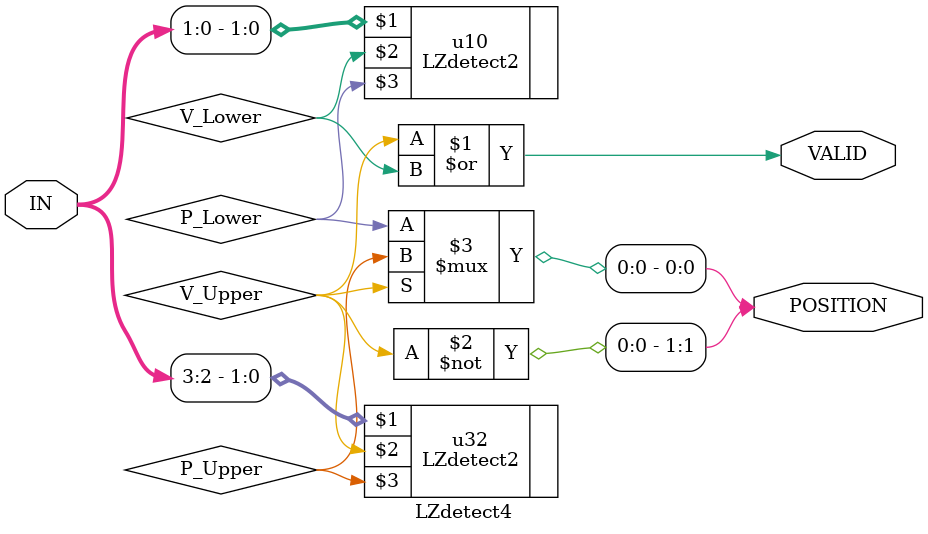
<source format=v>
module LZdetect4(
	IN,
	VALID,
	POSITION
);
	input [3:0] IN;
	output VALID;
	output [1:0] POSITION;
	
	wire V_Upper, V_Lower, P_Upper, P_Lower;
	
	LZdetect2 u32 (IN[3:2], V_Upper, P_Upper);
	LZdetect2 u10 (IN[1:0], V_Lower, P_Lower);
	
	assign VALID = V_Upper | V_Lower;
	assign POSITION[1] = ~V_Upper;
	assign POSITION[0] = V_Upper? P_Upper : P_Lower;
	
endmodule


</source>
